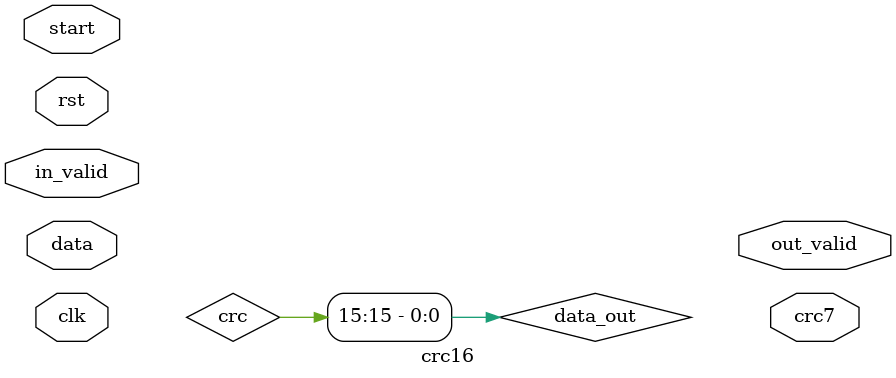
<source format=v>
module crc16(
           input clk,
           input in_valid,
           input start,
           input rst,
           input[63:0] data,
           output reg crc7,
           output reg out_valid
       );

reg[15:0] crc,cnt;
reg[63:0] data_ff;
reg working_f;
wire done_f = cnt == 0;
reg done_ff;

always @(posedge clk)
begin
    if(rst)
    begin
        working_f <= 0;
        done_ff  <= 0;
    end
    else if(in_valid)
    begin
        done_ff  <= 0;
    end
    else if(done_f)
    begin
        working_f <= 0;
        done_ff    <= 1;
    end
    else if(start)
    begin
        working_f <= 1;
        done_ff   <= 0;
    end
end

always @(posedge clk)
begin
    if(rst)
    begin
        data_ff <= 0;
        cnt     <= 63;
    end
    else if(done_f)
    begin
        cnt <= 63;
    end
    else if(in_valid)
    begin
        data_ff <= data;
    end
    else if(working_f)
    begin
        data_ff <=  data_ff << 1;
        cnt <= cnt - 1;
    end
end

integer i;
wire data_out = crc[15];
wire data_in  = data_ff[63];

always @(posedge clk)
begin
    if(rst)
    begin
        crc <= 0 ;
    end
    else if(working_f)
    begin
        crc[0] <= data_out ^ data_in;
        crc[1] <= crc[0];
        crc[2] <= crc[1];
        crc[3] <= crc[2];
        crc[4] <= crc[3];
        crc[5] <= crc[4] ^ (data_out ^ data_in);
        crc[6] <= crc[5];
        crc[7] <= crc[6];
        crc[8] <= crc[7];
        crc[9] <= crc[8];
        crc[10] <= crc[9];
        crc[11] <= crc[10];
        crc[12] <= crc[11] ^ (data_out ^ data_in);
        crc[13] <= crc[12];
        crc[14] <= crc[13];
        crc[15] <= crc[14];
    end
end

endmodule

</source>
